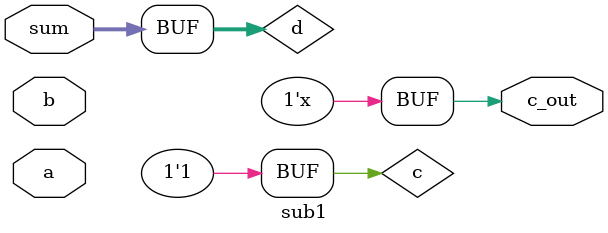
<source format=v>
`timescale 1ns / 1ps


module sub1(c_out, sum, a, b);
    parameter               size = 0;		
    
    input [size-1:0]		a, b, sum;
    output	                c_out; //declare outputs c_out and sum, 1 bit each
    
    wire [size:0]          c; // wire for c_in/out
    wire [size-1:0]        d; // wire for sum
        
    genvar i;
    generate
    for (i=0; i<size; i=i+1) begin: FA_gen
        FA_str addyWaddy(c[i+1], d[i], a[i], b[i], c[i]);
        end
    endgenerate
    
    assign sum = d;
    assign c_out = ~c[size-1];
    assign c[0] = 1;
endmodule

</source>
